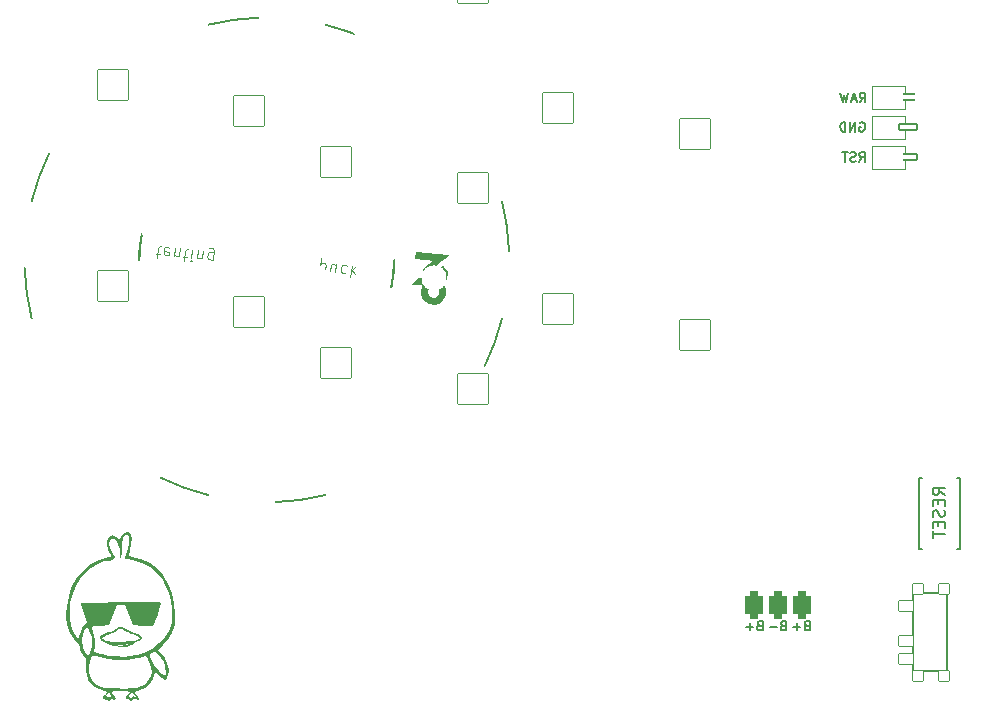
<source format=gbo>
%TF.GenerationSoftware,KiCad,Pcbnew,(6.0.4-0)*%
%TF.CreationDate,2022-05-17T19:51:51+02:00*%
%TF.ProjectId,battoota,62617474-6f6f-4746-912e-6b696361645f,v1.0.0*%
%TF.SameCoordinates,Original*%
%TF.FileFunction,Legend,Bot*%
%TF.FilePolarity,Positive*%
%FSLAX46Y46*%
G04 Gerber Fmt 4.6, Leading zero omitted, Abs format (unit mm)*
G04 Created by KiCad (PCBNEW (6.0.4-0)) date 2022-05-17 19:51:51*
%MOMM*%
%LPD*%
G01*
G04 APERTURE LIST*
G04 Aperture macros list*
%AMRoundRect*
0 Rectangle with rounded corners*
0 $1 Rounding radius*
0 $2 $3 $4 $5 $6 $7 $8 $9 X,Y pos of 4 corners*
0 Add a 4 corners polygon primitive as box body*
4,1,4,$2,$3,$4,$5,$6,$7,$8,$9,$2,$3,0*
0 Add four circle primitives for the rounded corners*
1,1,$1+$1,$2,$3*
1,1,$1+$1,$4,$5*
1,1,$1+$1,$6,$7*
1,1,$1+$1,$8,$9*
0 Add four rect primitives between the rounded corners*
20,1,$1+$1,$2,$3,$4,$5,0*
20,1,$1+$1,$4,$5,$6,$7,0*
20,1,$1+$1,$6,$7,$8,$9,0*
20,1,$1+$1,$8,$9,$2,$3,0*%
%AMFreePoly0*
4,1,16,0.685355,0.785355,0.700000,0.750000,0.691603,0.722265,0.210093,0.000000,0.691603,-0.722265,0.699029,-0.759806,0.677735,-0.791603,0.650000,-0.800000,-0.500000,-0.800000,-0.535355,-0.785355,-0.550000,-0.750000,-0.550000,0.750000,-0.535355,0.785355,-0.500000,0.800000,0.650000,0.800000,0.685355,0.785355,0.685355,0.785355,$1*%
%AMFreePoly1*
4,1,16,0.535355,0.785355,0.550000,0.750000,0.550000,-0.750000,0.535355,-0.785355,0.500000,-0.800000,-0.500000,-0.800000,-0.535355,-0.785355,-0.541603,-0.777735,-1.041603,-0.027735,-1.049029,0.009806,-1.041603,0.027735,-0.541603,0.777735,-0.509806,0.799029,-0.500000,0.800000,0.500000,0.800000,0.535355,0.785355,0.535355,0.785355,$1*%
G04 Aperture macros list end*
%ADD10C,0.150000*%
%ADD11C,0.100000*%
%ADD12C,0.120000*%
%ADD13C,0.200000*%
%ADD14C,0.010000*%
%ADD15RoundRect,0.375000X-0.375000X-0.750000X0.375000X-0.750000X0.375000X0.750000X-0.375000X0.750000X0*%
%ADD16C,1.752600*%
%ADD17RoundRect,0.425000X-0.375000X-0.750000X0.375000X-0.750000X0.375000X0.750000X-0.375000X0.750000X0*%
%ADD18C,2.100000*%
%ADD19RoundRect,0.050000X-1.230182X-1.366255X1.366255X-1.230182X1.230182X1.366255X-1.366255X1.230182X0*%
%ADD20C,1.801800*%
%ADD21C,3.529000*%
%ADD22C,3.100000*%
%ADD23C,2.132000*%
%ADD24RoundRect,0.050000X-1.300000X-1.300000X1.300000X-1.300000X1.300000X1.300000X-1.300000X1.300000X0*%
%ADD25RoundRect,0.050000X-1.666227X-0.776974X0.776974X-1.666227X1.666227X0.776974X-0.776974X1.666227X0*%
%ADD26RoundRect,0.050000X-0.450000X0.450000X-0.450000X-0.450000X0.450000X-0.450000X0.450000X0.450000X0*%
%ADD27C,1.100000*%
%ADD28RoundRect,0.050000X-0.625000X0.450000X-0.625000X-0.450000X0.625000X-0.450000X0.625000X0.450000X0*%
%ADD29RoundRect,0.050000X-1.131880X-1.448740X1.448740X-1.131880X1.131880X1.448740X-1.448740X1.131880X0*%
%ADD30RoundRect,0.050000X-1.408356X-1.181751X1.181751X-1.408356X1.408356X1.181751X-1.181751X1.408356X0*%
%ADD31C,1.852600*%
%ADD32FreePoly0,180.000000*%
%ADD33RoundRect,0.050000X-0.762000X0.250000X-0.762000X-0.250000X0.762000X-0.250000X0.762000X0.250000X0*%
%ADD34FreePoly1,180.000000*%
%ADD35C,4.500000*%
G04 APERTURE END LIST*
D10*
%TO.C,PAD1*%
X151983491Y56420824D02*
X151869205Y56382729D01*
X151831110Y56344634D01*
X151793015Y56268443D01*
X151793015Y56154158D01*
X151831110Y56077967D01*
X151869205Y56039872D01*
X151945396Y56001777D01*
X152250157Y56001777D01*
X152250157Y56801777D01*
X151983491Y56801777D01*
X151907300Y56763682D01*
X151869205Y56725586D01*
X151831110Y56649396D01*
X151831110Y56573205D01*
X151869205Y56497015D01*
X151907300Y56458920D01*
X151983491Y56420824D01*
X152250157Y56420824D01*
X151450157Y56306539D02*
X150840634Y56306539D01*
X151145396Y56001777D02*
X151145396Y56611301D01*
X147983491Y56420824D02*
X147869205Y56382729D01*
X147831110Y56344634D01*
X147793015Y56268443D01*
X147793015Y56154158D01*
X147831110Y56077967D01*
X147869205Y56039872D01*
X147945396Y56001777D01*
X148250157Y56001777D01*
X148250157Y56801777D01*
X147983491Y56801777D01*
X147907300Y56763682D01*
X147869205Y56725586D01*
X147831110Y56649396D01*
X147831110Y56573205D01*
X147869205Y56497015D01*
X147907300Y56458920D01*
X147983491Y56420824D01*
X148250157Y56420824D01*
X147450157Y56306539D02*
X146840634Y56306539D01*
X147145396Y56001777D02*
X147145396Y56611301D01*
X149983491Y56420824D02*
X149869205Y56382729D01*
X149831110Y56344634D01*
X149793015Y56268443D01*
X149793015Y56154158D01*
X149831110Y56077967D01*
X149869205Y56039872D01*
X149945396Y56001777D01*
X150250157Y56001777D01*
X150250157Y56801777D01*
X149983491Y56801777D01*
X149907300Y56763682D01*
X149869205Y56725586D01*
X149831110Y56649396D01*
X149831110Y56573205D01*
X149869205Y56497015D01*
X149907300Y56458920D01*
X149983491Y56420824D01*
X150250157Y56420824D01*
X149450157Y56306539D02*
X148840634Y56306539D01*
%TO.C,B1*%
X163655571Y67481899D02*
X163179381Y67815233D01*
X163655571Y68053328D02*
X162655571Y68053328D01*
X162655571Y67672376D01*
X162703191Y67577138D01*
X162750810Y67529519D01*
X162846048Y67481899D01*
X162988905Y67481899D01*
X163084143Y67529519D01*
X163131762Y67577138D01*
X163179381Y67672376D01*
X163179381Y68053328D01*
X163131762Y67053328D02*
X163131762Y66719995D01*
X163655571Y66577138D02*
X163655571Y67053328D01*
X162655571Y67053328D01*
X162655571Y66577138D01*
X163607952Y66196185D02*
X163655571Y66053328D01*
X163655571Y65815233D01*
X163607952Y65719995D01*
X163560333Y65672376D01*
X163465095Y65624757D01*
X163369857Y65624757D01*
X163274619Y65672376D01*
X163227000Y65719995D01*
X163179381Y65815233D01*
X163131762Y66005709D01*
X163084143Y66100947D01*
X163036524Y66148566D01*
X162941286Y66196185D01*
X162846048Y66196185D01*
X162750810Y66148566D01*
X162703191Y66100947D01*
X162655571Y66005709D01*
X162655571Y65767614D01*
X162703191Y65624757D01*
X163131762Y65196185D02*
X163131762Y64862852D01*
X163655571Y64719995D02*
X163655571Y65196185D01*
X162655571Y65196185D01*
X162655571Y64719995D01*
X162655571Y64434280D02*
X162655571Y63862852D01*
X163655571Y64148566D02*
X162655571Y64148566D01*
%TO.C,MCU1*%
X156461797Y100746264D02*
X156728464Y101127216D01*
X156918940Y100746264D02*
X156918940Y101546264D01*
X156614178Y101546264D01*
X156537988Y101508169D01*
X156499893Y101470073D01*
X156461797Y101393883D01*
X156461797Y101279597D01*
X156499893Y101203407D01*
X156537988Y101165311D01*
X156614178Y101127216D01*
X156918940Y101127216D01*
X156157036Y100974835D02*
X155776083Y100974835D01*
X156233226Y100746264D02*
X155966559Y101546264D01*
X155699893Y100746264D01*
X155509417Y101546264D02*
X155318940Y100746264D01*
X155166559Y101317692D01*
X155014178Y100746264D01*
X154823702Y101546264D01*
X156424534Y95708696D02*
X156691200Y96089648D01*
X156881677Y95708696D02*
X156881677Y96508696D01*
X156576915Y96508696D01*
X156500724Y96470601D01*
X156462629Y96432505D01*
X156424534Y96356315D01*
X156424534Y96242029D01*
X156462629Y96165839D01*
X156500724Y96127743D01*
X156576915Y96089648D01*
X156881677Y96089648D01*
X156119772Y95746791D02*
X156005486Y95708696D01*
X155815010Y95708696D01*
X155738819Y95746791D01*
X155700724Y95784886D01*
X155662629Y95861077D01*
X155662629Y95937267D01*
X155700724Y96013458D01*
X155738819Y96051553D01*
X155815010Y96089648D01*
X155967391Y96127743D01*
X156043581Y96165839D01*
X156081677Y96203934D01*
X156119772Y96280124D01*
X156119772Y96356315D01*
X156081677Y96432505D01*
X156043581Y96470601D01*
X155967391Y96508696D01*
X155776915Y96508696D01*
X155662629Y96470601D01*
X155434058Y96508696D02*
X154976915Y96508696D01*
X155205486Y95708696D02*
X155205486Y96508696D01*
X156481677Y99010601D02*
X156557868Y99048696D01*
X156672154Y99048696D01*
X156786439Y99010601D01*
X156862630Y98934410D01*
X156900725Y98858220D01*
X156938820Y98705839D01*
X156938820Y98591553D01*
X156900725Y98439172D01*
X156862630Y98362981D01*
X156786439Y98286791D01*
X156672154Y98248696D01*
X156595963Y98248696D01*
X156481677Y98286791D01*
X156443582Y98324886D01*
X156443582Y98591553D01*
X156595963Y98591553D01*
X156100725Y98248696D02*
X156100725Y99048696D01*
X155643582Y98248696D01*
X155643582Y99048696D01*
X155262630Y98248696D02*
X155262630Y99048696D01*
X155072154Y99048696D01*
X154957868Y99010601D01*
X154881677Y98934410D01*
X154843582Y98858220D01*
X154805487Y98705839D01*
X154805487Y98591553D01*
X154843582Y98439172D01*
X154881677Y98362981D01*
X154957868Y98286791D01*
X155072154Y98248696D01*
X155262630Y98248696D01*
D11*
%TO.C,REF\u002A\u002A*%
X96851466Y87898220D02*
X97230331Y87858399D01*
X96958698Y87551780D02*
X97048293Y88404227D01*
X97105607Y88493966D01*
X97205301Y88531369D01*
X97300017Y88521414D01*
X98005412Y88399393D02*
X97915673Y88456706D01*
X97726241Y88476616D01*
X97626547Y88439213D01*
X97569233Y88349474D01*
X97529413Y87970609D01*
X97566816Y87870915D01*
X97656555Y87813602D01*
X97845988Y87793691D01*
X97945682Y87831094D01*
X98002995Y87920833D01*
X98012950Y88015550D01*
X97549323Y88160041D01*
X98414286Y87733961D02*
X98483972Y88396975D01*
X98424241Y87828677D02*
X98466622Y87776341D01*
X98556360Y87719028D01*
X98698435Y87704096D01*
X98798129Y87741499D01*
X98855442Y87831237D01*
X98910195Y88352177D01*
X99172017Y87654320D02*
X99550882Y87614500D01*
X99279249Y87307880D02*
X99368844Y88160327D01*
X99426158Y88250066D01*
X99525852Y88287469D01*
X99620568Y88277514D01*
X99952075Y88242671D02*
X99882390Y87579657D01*
X99847547Y87248150D02*
X99805166Y87300485D01*
X99857502Y87342866D01*
X99899883Y87290530D01*
X99847547Y87248150D01*
X99857502Y87342866D01*
X100355972Y87529881D02*
X100425657Y88192896D01*
X100365927Y87624598D02*
X100408307Y87572262D01*
X100498046Y87514949D01*
X100640121Y87500016D01*
X100739815Y87537419D01*
X100797128Y87627158D01*
X100851881Y88148098D01*
X101682001Y87390510D02*
X101766619Y88195599D01*
X101729216Y88295293D01*
X101686835Y88347629D01*
X101597096Y88404942D01*
X101455022Y88419875D01*
X101355328Y88382472D01*
X101746709Y88006167D02*
X101656970Y88063480D01*
X101467537Y88083390D01*
X101367843Y88045987D01*
X101315508Y88003606D01*
X101258194Y87913867D01*
X101228329Y87629718D01*
X101265732Y87530024D01*
X101308113Y87477689D01*
X101397852Y87420375D01*
X101587284Y87400465D01*
X101686978Y87437868D01*
X110735663Y86502782D02*
X110840191Y87497304D01*
X110740640Y86550141D02*
X110830379Y86492827D01*
X111019812Y86472917D01*
X111119506Y86510320D01*
X111171841Y86552701D01*
X111229155Y86642440D01*
X111259020Y86926589D01*
X111221617Y87026283D01*
X111179236Y87078618D01*
X111089497Y87135932D01*
X110900065Y87155842D01*
X110800371Y87118439D01*
X112061692Y86363411D02*
X112131378Y87026426D01*
X111635468Y86408209D02*
X111690221Y86929149D01*
X111747535Y87018888D01*
X111847228Y87056291D01*
X111989303Y87041358D01*
X112079042Y86984045D01*
X112121422Y86931709D01*
X113026206Y86884494D02*
X112936467Y86941807D01*
X112747034Y86961718D01*
X112647340Y86924314D01*
X112595004Y86881934D01*
X112537691Y86792195D01*
X112507826Y86508046D01*
X112545229Y86408352D01*
X112587609Y86356016D01*
X112677348Y86298703D01*
X112866781Y86278793D01*
X112966475Y86316196D01*
X113457407Y86887054D02*
X113352878Y85892532D01*
X113512303Y86498234D02*
X113836272Y86847234D01*
X113766587Y86184219D02*
X113427541Y86602905D01*
D10*
%TO.C,B1*%
X164953191Y62902519D02*
X164703191Y62902519D01*
X164953191Y68902519D02*
X164953191Y62902519D01*
X161453191Y68902519D02*
X161703191Y68902519D01*
X161703191Y62902519D02*
X161453191Y62902519D01*
X161453191Y62902519D02*
X161453191Y68902519D01*
X164703191Y68902519D02*
X164953191Y68902519D01*
%TO.C,T2*%
X163850140Y53894619D02*
X163850140Y57794619D01*
X161000140Y52544619D02*
X163850140Y52544619D01*
X163850140Y59144619D02*
X161000140Y59144619D01*
X161000140Y59144619D02*
X161000140Y52544619D01*
X163850140Y55844619D02*
X163850140Y59144619D01*
X163850140Y55844619D02*
X163850140Y52544619D01*
D12*
%TO.C,MCU1*%
X160318690Y98922542D02*
X160318690Y99602542D01*
X160318690Y95062542D02*
X160318690Y95722542D01*
X160318690Y102142542D02*
X157518690Y102142542D01*
X157518690Y102142542D02*
X157518690Y100142542D01*
X160318690Y96397542D02*
X160318690Y97062542D01*
X157518690Y95062542D02*
X160318690Y95062542D01*
X160318690Y100142542D02*
X160318690Y100822542D01*
X157518690Y97062542D02*
X157518690Y95062542D01*
X160318690Y99602542D02*
X157518690Y99602542D01*
X160318690Y97062542D02*
X157518690Y97062542D01*
X160318690Y101472542D02*
X160318690Y102142542D01*
X160318690Y97602542D02*
X160318690Y98272542D01*
X157518690Y99602542D02*
X157518690Y97602542D01*
X157518690Y97602542D02*
X160318690Y97602542D01*
X157518690Y100142542D02*
X160318690Y100142542D01*
D13*
%TO.C,REF\u002A\u002A*%
X117006168Y86250741D02*
G75*
G03*
X117065304Y87379126I-10735765J1128375D01*
G01*
X95499124Y88429238D02*
G75*
G03*
X95439988Y87300853I10735823J-1128385D01*
G01*
X97284701Y68931182D02*
G75*
G03*
X101304439Y67469131I8985645J18448060D01*
G01*
X95711201Y89623533D02*
G75*
G03*
X95534440Y88507511I10559004J-2244397D01*
G01*
X116829407Y85134719D02*
G75*
G03*
X117006168Y86250741I-10559025J2244393D01*
G01*
X87822362Y96364734D02*
G75*
G03*
X86360309Y92344991I18447942J-8985608D01*
G01*
X115255911Y105827069D02*
G75*
G03*
X111236169Y107289121I-8985607J-18447943D01*
G01*
X95675884Y89545260D02*
G75*
G03*
X95499124Y88429238I10559026J-2244393D01*
G01*
X124718248Y78393521D02*
G75*
G03*
X126180299Y82413261I-18447944J8985605D01*
G01*
X126777680Y88096954D02*
G75*
G03*
X126183328Y92332830I-20507396J-717832D01*
G01*
X106988132Y66871750D02*
G75*
G03*
X111224009Y67466102I-717828J20507376D01*
G01*
X85762928Y86661298D02*
G75*
G03*
X86357280Y82425421I20507376J717828D01*
G01*
X116970852Y86172468D02*
G75*
G03*
X117029988Y87300853I-10735785J1128382D01*
G01*
X116794091Y85056446D02*
G75*
G03*
X116970852Y86172468I-10559025J2244393D01*
G01*
X105552476Y107886501D02*
G75*
G03*
X101316597Y107292149I717828J-20507375D01*
G01*
X95534440Y88507511D02*
G75*
G03*
X95475304Y87379126I10735785J-1128383D01*
G01*
G36*
X121595451Y87778817D02*
G01*
X121494185Y87698117D01*
X121478825Y87685874D01*
X121443319Y87657569D01*
X121392117Y87616751D01*
X121326579Y87564499D01*
X121248060Y87501897D01*
X121157916Y87430027D01*
X121057505Y87349969D01*
X120948184Y87262807D01*
X120831310Y87169621D01*
X120708239Y87071494D01*
X120580329Y86969506D01*
X120448935Y86864742D01*
X119504951Y86112068D01*
X119532018Y86399179D01*
X119559083Y86686291D01*
X120441317Y87400933D01*
X118816708Y87571687D01*
X118868601Y88065421D01*
X121595451Y87778817D01*
G37*
D14*
X121595451Y87778817D02*
X121494185Y87698117D01*
X121478825Y87685874D01*
X121443319Y87657569D01*
X121392117Y87616751D01*
X121326579Y87564499D01*
X121248060Y87501897D01*
X121157916Y87430027D01*
X121057505Y87349969D01*
X120948184Y87262807D01*
X120831310Y87169621D01*
X120708239Y87071494D01*
X120580329Y86969506D01*
X120448935Y86864742D01*
X119504951Y86112068D01*
X119532018Y86399179D01*
X119559083Y86686291D01*
X120441317Y87400933D01*
X118816708Y87571687D01*
X118868601Y88065421D01*
X121595451Y87778817D01*
G36*
X119840193Y85757496D02*
G01*
X119851864Y85756266D01*
X120001487Y85740278D01*
X120137937Y85725269D01*
X120259812Y85711409D01*
X120365710Y85698868D01*
X120454229Y85687816D01*
X120474061Y85685144D01*
X120523966Y85678422D01*
X120573519Y85670856D01*
X120601485Y85665289D01*
X120646753Y85651613D01*
X120769291Y85600974D01*
X120888699Y85532954D01*
X120998948Y85451291D01*
X121094017Y85359720D01*
X121102256Y85350414D01*
X121190711Y85232209D01*
X121261451Y85101679D01*
X121313148Y84962339D01*
X121344476Y84817704D01*
X121354105Y84671288D01*
X121348085Y84571122D01*
X121321235Y84424706D01*
X121274167Y84285444D01*
X121208188Y84155392D01*
X121124600Y84036604D01*
X121024706Y83931135D01*
X120909810Y83841038D01*
X120781216Y83768370D01*
X120668898Y83722604D01*
X120524870Y83684305D01*
X120377820Y83668231D01*
X120225102Y83673935D01*
X120136295Y83686850D01*
X119989210Y83725115D01*
X119852488Y83782472D01*
X119727687Y83857740D01*
X119616368Y83949738D01*
X119520094Y84057284D01*
X119440421Y84179200D01*
X119378913Y84314303D01*
X119353754Y84387183D01*
X119332551Y84464963D01*
X119320656Y84538260D01*
X119316779Y84615572D01*
X119317435Y84636215D01*
X119839150Y84636215D01*
X119856736Y84536834D01*
X119892614Y84442933D01*
X119946205Y84358049D01*
X120016935Y84285718D01*
X120043451Y84265063D01*
X120131799Y84211885D01*
X120226765Y84178921D01*
X120333071Y84164362D01*
X120338361Y84164089D01*
X120393813Y84162603D01*
X120436642Y84165499D01*
X120476360Y84174039D01*
X120522474Y84189484D01*
X120562837Y84206848D01*
X120625645Y84241961D01*
X120685821Y84283958D01*
X120736917Y84328182D01*
X120772485Y84369979D01*
X120781908Y84385245D01*
X120803449Y84424111D01*
X120823941Y84465191D01*
X120850736Y84535603D01*
X120870050Y84637845D01*
X120867940Y84740167D01*
X120845106Y84839886D01*
X120802249Y84934315D01*
X120740068Y85020769D01*
X120659266Y85096565D01*
X120608412Y85130722D01*
X120518089Y85170815D01*
X120422180Y85191525D01*
X120323900Y85193503D01*
X120226470Y85177397D01*
X120133106Y85143860D01*
X120047028Y85093538D01*
X119971454Y85027084D01*
X119909602Y84945149D01*
X119901886Y84931879D01*
X119861149Y84837273D01*
X119840429Y84737541D01*
X119839150Y84636215D01*
X119317435Y84636215D01*
X119319632Y84705401D01*
X119320830Y84723185D01*
X119341783Y84860951D01*
X119382936Y84987726D01*
X119444546Y85104140D01*
X119526870Y85210816D01*
X119546500Y85233020D01*
X119565351Y85256022D01*
X119572930Y85267725D01*
X119569017Y85269049D01*
X119545491Y85272978D01*
X119502743Y85278806D01*
X119443120Y85286248D01*
X119368969Y85295023D01*
X119282637Y85304851D01*
X119186473Y85315450D01*
X119082824Y85326537D01*
X118591976Y85378276D01*
X119152277Y85829886D01*
X119840193Y85757496D01*
G37*
X119840193Y85757496D02*
X119851864Y85756266D01*
X120001487Y85740278D01*
X120137937Y85725269D01*
X120259812Y85711409D01*
X120365710Y85698868D01*
X120454229Y85687816D01*
X120474061Y85685144D01*
X120523966Y85678422D01*
X120573519Y85670856D01*
X120601485Y85665289D01*
X120646753Y85651613D01*
X120769291Y85600974D01*
X120888699Y85532954D01*
X120998948Y85451291D01*
X121094017Y85359720D01*
X121102256Y85350414D01*
X121190711Y85232209D01*
X121261451Y85101679D01*
X121313148Y84962339D01*
X121344476Y84817704D01*
X121354105Y84671288D01*
X121348085Y84571122D01*
X121321235Y84424706D01*
X121274167Y84285444D01*
X121208188Y84155392D01*
X121124600Y84036604D01*
X121024706Y83931135D01*
X120909810Y83841038D01*
X120781216Y83768370D01*
X120668898Y83722604D01*
X120524870Y83684305D01*
X120377820Y83668231D01*
X120225102Y83673935D01*
X120136295Y83686850D01*
X119989210Y83725115D01*
X119852488Y83782472D01*
X119727687Y83857740D01*
X119616368Y83949738D01*
X119520094Y84057284D01*
X119440421Y84179200D01*
X119378913Y84314303D01*
X119353754Y84387183D01*
X119332551Y84464963D01*
X119320656Y84538260D01*
X119316779Y84615572D01*
X119317435Y84636215D01*
X119839150Y84636215D01*
X119856736Y84536834D01*
X119892614Y84442933D01*
X119946205Y84358049D01*
X120016935Y84285718D01*
X120043451Y84265063D01*
X120131799Y84211885D01*
X120226765Y84178921D01*
X120333071Y84164362D01*
X120338361Y84164089D01*
X120393813Y84162603D01*
X120436642Y84165499D01*
X120476360Y84174039D01*
X120522474Y84189484D01*
X120562837Y84206848D01*
X120625645Y84241961D01*
X120685821Y84283958D01*
X120736917Y84328182D01*
X120772485Y84369979D01*
X120781908Y84385245D01*
X120803449Y84424111D01*
X120823941Y84465191D01*
X120850736Y84535603D01*
X120870050Y84637845D01*
X120867940Y84740167D01*
X120845106Y84839886D01*
X120802249Y84934315D01*
X120740068Y85020769D01*
X120659266Y85096565D01*
X120608412Y85130722D01*
X120518089Y85170815D01*
X120422180Y85191525D01*
X120323900Y85193503D01*
X120226470Y85177397D01*
X120133106Y85143860D01*
X120047028Y85093538D01*
X119971454Y85027084D01*
X119909602Y84945149D01*
X119901886Y84931879D01*
X119861149Y84837273D01*
X119840429Y84737541D01*
X119839150Y84636215D01*
X119317435Y84636215D01*
X119319632Y84705401D01*
X119320830Y84723185D01*
X119341783Y84860951D01*
X119382936Y84987726D01*
X119444546Y85104140D01*
X119526870Y85210816D01*
X119546500Y85233020D01*
X119565351Y85256022D01*
X119572930Y85267725D01*
X119569017Y85269049D01*
X119545491Y85272978D01*
X119502743Y85278806D01*
X119443120Y85286248D01*
X119368969Y85295023D01*
X119282637Y85304851D01*
X119186473Y85315450D01*
X119082824Y85326537D01*
X118591976Y85378276D01*
X119152277Y85829886D01*
X119840193Y85757496D01*
G36*
X121143593Y86821988D02*
G01*
X121146733Y86818463D01*
X121167529Y86794289D01*
X121199490Y86756395D01*
X121239842Y86708096D01*
X121285817Y86652704D01*
X121334642Y86593534D01*
X121491627Y86402730D01*
X121426818Y85786112D01*
X121396325Y85817774D01*
X121393889Y85820336D01*
X121372947Y85843319D01*
X121340728Y85879643D01*
X121299117Y85927113D01*
X121250002Y85983528D01*
X121195269Y86046691D01*
X121136808Y86114403D01*
X121076503Y86184465D01*
X121016242Y86254682D01*
X120957913Y86322851D01*
X120903403Y86386778D01*
X120854598Y86444262D01*
X120813386Y86493106D01*
X120781654Y86531110D01*
X120761289Y86556079D01*
X120754179Y86565810D01*
X120754416Y86566319D01*
X120765687Y86577431D01*
X120791841Y86600305D01*
X120830143Y86632625D01*
X120877853Y86672078D01*
X120932234Y86716349D01*
X121109526Y86859637D01*
X121143593Y86821988D01*
G37*
X121143593Y86821988D02*
X121146733Y86818463D01*
X121167529Y86794289D01*
X121199490Y86756395D01*
X121239842Y86708096D01*
X121285817Y86652704D01*
X121334642Y86593534D01*
X121491627Y86402730D01*
X121426818Y85786112D01*
X121396325Y85817774D01*
X121393889Y85820336D01*
X121372947Y85843319D01*
X121340728Y85879643D01*
X121299117Y85927113D01*
X121250002Y85983528D01*
X121195269Y86046691D01*
X121136808Y86114403D01*
X121076503Y86184465D01*
X121016242Y86254682D01*
X120957913Y86322851D01*
X120903403Y86386778D01*
X120854598Y86444262D01*
X120813386Y86493106D01*
X120781654Y86531110D01*
X120761289Y86556079D01*
X120754179Y86565810D01*
X120754416Y86566319D01*
X120765687Y86577431D01*
X120791841Y86600305D01*
X120830143Y86632625D01*
X120877853Y86672078D01*
X120932234Y86716349D01*
X121109526Y86859637D01*
X121143593Y86821988D01*
%TO.C,G\u002A\u002A\u002A*%
G36*
X94630151Y54707570D02*
G01*
X94396858Y54643258D01*
X94146747Y54624050D01*
X93810667Y54635225D01*
X93526219Y54656367D01*
X93256312Y54699910D01*
X93120476Y54741218D01*
X93661943Y54741218D01*
X93712212Y54724332D01*
X93895333Y54717727D01*
X94019582Y54720197D01*
X94125956Y54733481D01*
X94085833Y54754419D01*
X93951551Y54768426D01*
X93704833Y54754419D01*
X93661943Y54741218D01*
X93120476Y54741218D01*
X92994058Y54779662D01*
X92876275Y54830486D01*
X94341597Y54830486D01*
X94342908Y54801584D01*
X94452722Y54786018D01*
X94535945Y54799576D01*
X94503875Y54837170D01*
X94454914Y54850698D01*
X94341597Y54830486D01*
X92876275Y54830486D01*
X92687996Y54911729D01*
X92286667Y55112217D01*
X92208282Y55183879D01*
X92132425Y55360900D01*
X92132991Y55368759D01*
X92339283Y55368759D01*
X92397983Y55253540D01*
X92625333Y55143946D01*
X92847118Y55090411D01*
X93223604Y55048327D01*
X93664575Y55034937D01*
X94131166Y55047895D01*
X94584513Y55084850D01*
X94985752Y55143456D01*
X95296017Y55221363D01*
X95476445Y55316223D01*
X95492870Y55337106D01*
X95467648Y55440963D01*
X95285368Y55554542D01*
X94955354Y55671486D01*
X94780003Y55729272D01*
X94492971Y55850367D01*
X94290142Y55968931D01*
X94063133Y56096450D01*
X93778078Y56113650D01*
X93516467Y55966671D01*
X93392165Y55880634D01*
X93135190Y55755590D01*
X92833677Y55645696D01*
X92725675Y55610865D01*
X92448694Y55488302D01*
X92339283Y55368759D01*
X92132991Y55368759D01*
X92140521Y55473243D01*
X92240681Y55587134D01*
X92471092Y55710227D01*
X92577253Y55755334D01*
X92833403Y55842614D01*
X93021004Y55878141D01*
X93048079Y55880318D01*
X93244595Y55951562D01*
X93456560Y56091667D01*
X93505819Y56131487D01*
X93779808Y56277658D01*
X94047205Y56267960D01*
X94345483Y56102867D01*
X94364727Y56089006D01*
X94645319Y55941058D01*
X94941455Y55852737D01*
X95061155Y55830092D01*
X95379092Y55717187D01*
X95594233Y55556210D01*
X95673333Y55369127D01*
X95669109Y55337106D01*
X95668339Y55331266D01*
X95588156Y55214183D01*
X95392697Y55076498D01*
X95059500Y54901081D01*
X94915777Y54831706D01*
X94841849Y54799576D01*
X94689770Y54733481D01*
X94630151Y54707570D01*
G37*
G36*
X97799442Y51985333D02*
G01*
X97620028Y51773667D01*
X97429847Y51994905D01*
X97238073Y52186204D01*
X97023991Y52353234D01*
X96808316Y52490324D01*
X96707046Y52111686D01*
X96629659Y51887333D01*
X96366231Y51462822D01*
X95994214Y51144981D01*
X95540861Y50960708D01*
X95290623Y50892245D01*
X95117737Y50798440D01*
X95105769Y50691711D01*
X95250000Y50565649D01*
X95352742Y50466672D01*
X95378027Y50400075D01*
X95419333Y50291283D01*
X95407101Y50168285D01*
X95337061Y50132079D01*
X95168231Y50205783D01*
X95044914Y50243962D01*
X94964787Y50163450D01*
X94913787Y50081950D01*
X94793044Y50046823D01*
X94691542Y50155644D01*
X94639140Y50215602D01*
X94482532Y50230436D01*
X94399061Y50222079D01*
X94322767Y50286006D01*
X94347863Y50399653D01*
X94516775Y50399653D01*
X94588529Y50406426D01*
X94675489Y50412391D01*
X94770055Y50308474D01*
X94782357Y50267625D01*
X94819397Y50234979D01*
X94870367Y50357285D01*
X94882796Y50393841D01*
X94950581Y50494172D01*
X95050721Y50451053D01*
X95122415Y50405425D01*
X95216964Y50400075D01*
X95205574Y50453346D01*
X95087918Y50542119D01*
X94978257Y50630734D01*
X94904649Y50781812D01*
X94890157Y50872713D01*
X94852119Y50800000D01*
X94777115Y50677619D01*
X94625970Y50516952D01*
X94578370Y50474588D01*
X94516775Y50399653D01*
X94347863Y50399653D01*
X94352613Y50421165D01*
X94488000Y50588333D01*
X94600721Y50708613D01*
X94657333Y50813122D01*
X94638058Y50829097D01*
X94491057Y50857605D01*
X94230892Y50877310D01*
X93895333Y50884667D01*
X93500743Y50875436D01*
X93243987Y50841712D01*
X93133063Y50776462D01*
X93156460Y50672668D01*
X93302667Y50523312D01*
X93412249Y50398914D01*
X93435969Y50339995D01*
X93472000Y50250496D01*
X93416192Y50147763D01*
X93289393Y50129312D01*
X93172536Y50212400D01*
X93114992Y50241809D01*
X93003905Y50148900D01*
X92993052Y50134460D01*
X92887871Y50046615D01*
X92783433Y50101500D01*
X92715286Y50151084D01*
X92523733Y50207333D01*
X92469490Y50213637D01*
X92380726Y50295190D01*
X92401931Y50411615D01*
X92582325Y50411615D01*
X92641196Y50409547D01*
X92727380Y50413538D01*
X92813434Y50308474D01*
X92825393Y50257281D01*
X92862678Y50220838D01*
X92937544Y50330334D01*
X92972231Y50386915D01*
X93058980Y50448307D01*
X93188640Y50375229D01*
X93250894Y50330200D01*
X93265299Y50339995D01*
X93165277Y50463896D01*
X93025462Y50647764D01*
X92939127Y50800000D01*
X92938865Y50800718D01*
X92900071Y50877530D01*
X92886018Y50789160D01*
X92832576Y50660603D01*
X92688833Y50509234D01*
X92669500Y50494616D01*
X92582325Y50411615D01*
X92401931Y50411615D01*
X92405276Y50429982D01*
X92540667Y50565649D01*
X92631006Y50631564D01*
X92701167Y50756732D01*
X92606699Y50856951D01*
X92350167Y50927352D01*
X92337828Y50929377D01*
X91861255Y51091629D01*
X91460784Y51391861D01*
X91171089Y51804285D01*
X91087814Y51998086D01*
X91023345Y52239840D01*
X90993408Y52536258D01*
X90988903Y52944280D01*
X90988860Y52981843D01*
X91209666Y52981843D01*
X91243855Y52458080D01*
X91403259Y51986486D01*
X91675834Y51597674D01*
X92049535Y51322256D01*
X92087740Y51303624D01*
X92276097Y51225150D01*
X92480546Y51170693D01*
X92739395Y51134516D01*
X93090955Y51110884D01*
X93573535Y51094059D01*
X94144697Y51085675D01*
X94763194Y51103676D01*
X95251581Y51160229D01*
X95630819Y51261432D01*
X95921870Y51413383D01*
X96145694Y51622178D01*
X96323254Y51893915D01*
X96424529Y52130475D01*
X96506471Y52510221D01*
X96495436Y52859890D01*
X96388576Y53125717D01*
X96373639Y53146821D01*
X96266099Y53356554D01*
X96176048Y53613628D01*
X96118673Y53792155D01*
X96046930Y53880658D01*
X95944947Y53858602D01*
X95924596Y53849158D01*
X95746335Y53789770D01*
X95464680Y53713483D01*
X95130784Y53634382D01*
X95065628Y53620603D01*
X94366584Y53533659D01*
X93602673Y53530520D01*
X92846225Y53608041D01*
X92169571Y53763080D01*
X91877909Y53846803D01*
X91618710Y53880246D01*
X91452449Y53816468D01*
X91344247Y53638916D01*
X91259226Y53331036D01*
X91209666Y52981843D01*
X90988860Y52981843D01*
X90988570Y53237704D01*
X90973264Y53515229D01*
X90937135Y53672581D01*
X90876186Y53737889D01*
X90832845Y53765392D01*
X90703348Y53921409D01*
X90570098Y54152370D01*
X90466010Y54396190D01*
X90424000Y54590787D01*
X90417492Y54631718D01*
X90326503Y54805426D01*
X90162447Y54996326D01*
X90006162Y55166417D01*
X90623034Y55166417D01*
X90677891Y54610457D01*
X90712798Y54490235D01*
X90833625Y54214049D01*
X90973471Y54018144D01*
X91171612Y53832000D01*
X91324621Y54065520D01*
X91331980Y54077211D01*
X91424587Y54337259D01*
X91472045Y54698011D01*
X91473874Y55100552D01*
X91429593Y55485965D01*
X91338723Y55795333D01*
X91324513Y55826852D01*
X91220312Y56070303D01*
X91146909Y56261000D01*
X91133108Y56298654D01*
X91086548Y56353984D01*
X91015508Y56294714D01*
X90892074Y56103603D01*
X90715494Y55709602D01*
X90623034Y55166417D01*
X90006162Y55166417D01*
X89931662Y55247498D01*
X89586687Y55808695D01*
X89368912Y56467274D01*
X89280310Y57211605D01*
X89291634Y57429453D01*
X89577333Y57429453D01*
X89591598Y56996053D01*
X89672256Y56449611D01*
X89836742Y55973902D01*
X90099358Y55516515D01*
X90311877Y55203765D01*
X90454579Y55717039D01*
X90512624Y55897483D01*
X90660243Y56225386D01*
X90822024Y56455054D01*
X91046766Y56679797D01*
X90767747Y57469373D01*
X90690937Y57692082D01*
X90594480Y57991971D01*
X90535123Y58204433D01*
X90523469Y58293691D01*
X90533327Y58296156D01*
X90669931Y58305891D01*
X90952109Y58317554D01*
X91361589Y58330639D01*
X91880102Y58344643D01*
X92489378Y58359060D01*
X93171145Y58373386D01*
X93907135Y58387118D01*
X94795177Y58401149D01*
X95579608Y58409805D01*
X96208620Y58411980D01*
X96689312Y58407606D01*
X97028786Y58396614D01*
X97234143Y58378938D01*
X97312483Y58354508D01*
X97307050Y58248229D01*
X97249196Y58017387D01*
X97148276Y57697411D01*
X97014266Y57322808D01*
X96659625Y56382404D01*
X95807568Y56406369D01*
X94955512Y56430333D01*
X94261764Y58123667D01*
X93601220Y58123667D01*
X93254393Y57277000D01*
X92907567Y56430333D01*
X92164569Y56405736D01*
X92121125Y56404380D01*
X91791435Y56396045D01*
X91586381Y56374134D01*
X91487795Y56308177D01*
X91477510Y56167705D01*
X91537359Y55922247D01*
X91649173Y55541333D01*
X91717659Y55233477D01*
X91720290Y55100552D01*
X91729460Y54637344D01*
X91676032Y54199020D01*
X92256516Y54013069D01*
X92381603Y53976360D01*
X92909152Y53870313D01*
X93513967Y53806463D01*
X94136441Y53787253D01*
X94716969Y53815128D01*
X95195943Y53892532D01*
X95246688Y53909326D01*
X96351494Y53909326D01*
X96390368Y53730301D01*
X96518490Y53441811D01*
X96708946Y53115634D01*
X96933603Y52799169D01*
X97164329Y52539817D01*
X97196620Y52510221D01*
X97369582Y52351693D01*
X97543381Y52209176D01*
X97635814Y52154667D01*
X97659990Y52167971D01*
X97696983Y52296558D01*
X97704551Y52522068D01*
X97685264Y52795410D01*
X97641694Y53067490D01*
X97576409Y53289213D01*
X97523846Y53397075D01*
X97350897Y53671777D01*
X97145022Y53932562D01*
X96977735Y54111678D01*
X96854785Y54204283D01*
X96744974Y54207257D01*
X96596613Y54140169D01*
X96584045Y54133534D01*
X96419054Y54015990D01*
X96351494Y53909326D01*
X95246688Y53909326D01*
X95885072Y54120600D01*
X96577636Y54472478D01*
X97178727Y54912535D01*
X97663451Y55422255D01*
X98006911Y55983122D01*
X98086050Y56163499D01*
X98172071Y56405438D01*
X98220933Y56648424D01*
X98242355Y56948489D01*
X98246059Y57361667D01*
X98233847Y57779333D01*
X98144551Y58506649D01*
X97955106Y59186223D01*
X97649351Y59886437D01*
X97444161Y60251778D01*
X96969924Y60864119D01*
X96392712Y61346115D01*
X95704860Y61703495D01*
X94898703Y61941985D01*
X94848022Y61952616D01*
X94556096Y62016566D01*
X94344460Y62067479D01*
X94255967Y62095145D01*
X94253630Y62102716D01*
X94279213Y62214187D01*
X94350757Y62407500D01*
X94426846Y62619207D01*
X94524172Y62978858D01*
X94595789Y63347712D01*
X94631429Y63669494D01*
X94620827Y63887926D01*
X94559249Y64018007D01*
X94397400Y64092667D01*
X94368545Y64090770D01*
X94202876Y63985839D01*
X94080976Y63726886D01*
X94005724Y63322946D01*
X93980000Y62783053D01*
X93973060Y62468386D01*
X93951015Y62210475D01*
X93920090Y62080986D01*
X93886732Y62089934D01*
X93857386Y62247336D01*
X93838501Y62563209D01*
X93811962Y62865990D01*
X93708895Y63278090D01*
X93543192Y63593086D01*
X93329296Y63776561D01*
X93236143Y63809953D01*
X93059528Y63789447D01*
X92955656Y63620138D01*
X92921667Y63298676D01*
X92969683Y62962479D01*
X93147334Y62640621D01*
X93284157Y62452524D01*
X93395912Y62237979D01*
X93371634Y62097781D01*
X93200337Y62003552D01*
X92871037Y61926916D01*
X92514894Y61842944D01*
X91790956Y61553262D01*
X91153053Y61128956D01*
X90610423Y60582637D01*
X90172300Y59926916D01*
X89847920Y59174405D01*
X89646519Y58337713D01*
X89577333Y57429453D01*
X89291634Y57429453D01*
X89322854Y58030057D01*
X89498516Y58910998D01*
X89714637Y59564422D01*
X90100594Y60336015D01*
X90591518Y60989912D01*
X91178665Y61516989D01*
X91853291Y61908122D01*
X92606652Y62154187D01*
X92820479Y62201611D01*
X93026705Y62250687D01*
X93116352Y62276777D01*
X93113828Y62297299D01*
X93049179Y62420230D01*
X92925852Y62612889D01*
X92787409Y62875491D01*
X92704290Y63251560D01*
X92747669Y63602480D01*
X92917818Y63884849D01*
X93037321Y63996981D01*
X93184764Y64076560D01*
X93334198Y64037237D01*
X93544308Y63878407D01*
X93798941Y63664147D01*
X93910637Y63896498D01*
X94042017Y64082620D01*
X94249381Y64256116D01*
X94383944Y64323239D01*
X94511315Y64328022D01*
X94651548Y64224903D01*
X94749675Y64085694D01*
X94821521Y63771329D01*
X94805796Y63344949D01*
X94701780Y62826604D01*
X94654589Y62630014D01*
X94618996Y62419930D01*
X94623079Y62320699D01*
X94692549Y62291120D01*
X94889183Y62236755D01*
X95159750Y62176064D01*
X95646798Y62044555D01*
X96358391Y61718224D01*
X96980856Y61258241D01*
X97507025Y60675014D01*
X97929730Y59978953D01*
X98241804Y59180466D01*
X98436078Y58289961D01*
X98502260Y57361667D01*
X98505384Y57317846D01*
X98505914Y57062525D01*
X98499961Y56708150D01*
X98478003Y56449785D01*
X98431675Y56240285D01*
X98352614Y56032507D01*
X98232459Y55779309D01*
X97973312Y55341863D01*
X97496756Y54796888D01*
X97038261Y54377850D01*
X97294885Y54134092D01*
X97535219Y53850123D01*
X97752833Y53458525D01*
X97897385Y53036541D01*
X97959553Y52623879D01*
X97951282Y52522068D01*
X97930013Y52260241D01*
X97799442Y51985333D01*
G37*
%TD*%
D15*
%TO.C,PAD1*%
X151545396Y58163682D03*
X149545396Y58163682D03*
X147545396Y58163682D03*
%TD*%
D16*
%TO.C,MCU1*%
X161977213Y98602542D03*
X161977213Y96062542D03*
X146737213Y96062542D03*
X146737213Y101226288D03*
X161977213Y101142542D03*
X146737213Y98602542D03*
X146737213Y93522542D03*
X146737213Y90982542D03*
X146737213Y88442542D03*
X146737213Y85902542D03*
X146737213Y83362542D03*
X146737213Y80822542D03*
X146737213Y78282542D03*
X146737213Y75742542D03*
X146737213Y73202542D03*
X161977213Y93522542D03*
X161977213Y90982542D03*
X161977213Y88442542D03*
X161977213Y85902542D03*
X161977213Y83362542D03*
X161977213Y80822542D03*
X161977213Y78282542D03*
X161977213Y75742542D03*
X161977213Y73202542D03*
%TD*%
%LPC*%
D17*
%TO.C,PAD1*%
X151545396Y58163682D03*
X149545396Y58163682D03*
X147545396Y58163682D03*
%TD*%
D18*
%TO.C,B1*%
X163203191Y69152519D03*
X163203191Y62652519D03*
%TD*%
D19*
%TO.C,S11*%
X84540407Y112566412D03*
X72891096Y114158916D03*
D20*
X81965469Y108676319D03*
D21*
X76473007Y108388471D03*
D22*
X71283599Y111871652D03*
D20*
X70980545Y108100623D03*
D22*
X76161608Y114330317D03*
X76161608Y114330317D03*
X81269895Y112395012D03*
%TD*%
D20*
%TO.C,S34*%
X141178726Y44889558D03*
D21*
X136010417Y46770669D03*
D20*
X130842108Y48651780D03*
D23*
X130012277Y44909938D03*
X139409204Y41489736D03*
X133992498Y41226483D03*
X133992498Y41226483D03*
%TD*%
D21*
%TO.C,S15*%
X96495817Y96246989D03*
D20*
X101995817Y96246989D03*
D22*
X101495817Y99996989D03*
X96495817Y102196989D03*
X96495817Y102196989D03*
X91495817Y99996989D03*
D20*
X90995817Y96246989D03*
D24*
X93220817Y102196989D03*
X104770817Y99996989D03*
%TD*%
D22*
%TO.C,S21*%
X115411087Y95636017D03*
D20*
X109911087Y89686017D03*
D22*
X115411087Y95636017D03*
X120411087Y93436017D03*
D20*
X120911087Y89686017D03*
D22*
X110411087Y93436017D03*
D21*
X115411087Y89686017D03*
D24*
X112136087Y95636017D03*
X123686087Y93436017D03*
%TD*%
D23*
%TO.C,S8*%
X78561213Y68543153D03*
X78561213Y68543153D03*
X83444455Y70901955D03*
X73458160Y70378595D03*
D21*
X78252431Y74435067D03*
D20*
X83744893Y74722915D03*
X72759969Y74147219D03*
%TD*%
D21*
%TO.C,S14*%
X96495817Y79246989D03*
D20*
X101995817Y79246989D03*
X90995817Y79246989D03*
D23*
X91495817Y75446989D03*
X101495817Y75446989D03*
X96495817Y73346989D03*
X96495817Y73346989D03*
%TD*%
D21*
%TO.C,S20*%
X115411087Y72686017D03*
D20*
X109911087Y72686017D03*
X120911087Y72686017D03*
D23*
X120411087Y68886017D03*
X110411087Y68886017D03*
X115411087Y66786017D03*
X115411087Y66786017D03*
%TD*%
D20*
%TO.C,S28*%
X128718280Y77278852D03*
X139718280Y77278852D03*
D21*
X134218280Y77278852D03*
D23*
X129218280Y73478852D03*
X139218280Y73478852D03*
X134218280Y71378852D03*
X134218280Y71378852D03*
%TD*%
D22*
%TO.C,S29*%
X134218280Y100228852D03*
X134218280Y100228852D03*
D20*
X139718280Y94278852D03*
D21*
X134218280Y94278852D03*
D22*
X139218280Y98028852D03*
X129218280Y98028852D03*
D20*
X128718280Y94278852D03*
D24*
X130943280Y100228852D03*
X142493280Y98028852D03*
%TD*%
D21*
%TO.C,S33*%
X136010417Y46770669D03*
D22*
X138045437Y52361840D03*
X132594529Y52004617D03*
D20*
X130842108Y48651780D03*
D22*
X138045437Y52361840D03*
X141991456Y48584416D03*
D20*
X141178726Y44889558D03*
D25*
X134967944Y53481956D03*
X145068949Y47464300D03*
%TD*%
D19*
%TO.C,S7*%
X86319831Y78613008D03*
X74670520Y80205512D03*
D21*
X78252431Y74435067D03*
D20*
X83744893Y74722915D03*
D22*
X77941032Y80376913D03*
D20*
X72759969Y74147219D03*
D22*
X77941032Y80376913D03*
X83049319Y78441608D03*
X73063023Y77918248D03*
%TD*%
D26*
%TO.C,T2*%
X163600140Y52144619D03*
X163600140Y59544619D03*
X161400140Y52144619D03*
X161400140Y59544619D03*
D27*
X162500140Y57344619D03*
X162500140Y54344619D03*
D28*
X160425140Y58094619D03*
X160425140Y55094619D03*
X160425140Y53594619D03*
%TD*%
D21*
%TO.C,S5*%
X57124882Y91914188D03*
D20*
X62583886Y92584469D03*
D22*
X56399759Y97819838D03*
X56399759Y97819838D03*
D20*
X51665878Y91243907D03*
D22*
X51705141Y95026889D03*
X61630603Y96245583D03*
D29*
X53149171Y97420716D03*
X64881191Y96644705D03*
%TD*%
D22*
%TO.C,S27*%
X129218280Y81028852D03*
D20*
X139718280Y77278852D03*
D21*
X134218280Y77278852D03*
D22*
X139218280Y81028852D03*
X134218280Y83228852D03*
X134218280Y83228852D03*
D20*
X128718280Y77278852D03*
D24*
X130943280Y83228852D03*
X142493280Y81028852D03*
%TD*%
D19*
%TO.C,S9*%
X85430119Y95589710D03*
X73780808Y97182214D03*
D20*
X82855181Y91699617D03*
D22*
X77051320Y97353615D03*
D20*
X71870257Y91123921D03*
D22*
X82159607Y95418310D03*
X77051320Y97353615D03*
D21*
X77362719Y91411769D03*
D22*
X72173311Y94894950D03*
%TD*%
D20*
%TO.C,S16*%
X101995817Y96246989D03*
D21*
X96495817Y96246989D03*
D20*
X90995817Y96246989D03*
D23*
X101495817Y92446989D03*
X91495817Y92446989D03*
X96495817Y90346989D03*
X96495817Y90346989D03*
%TD*%
D20*
%TO.C,S30*%
X139718280Y94278852D03*
X128718280Y94278852D03*
D21*
X134218280Y94278852D03*
D23*
X139218280Y90478852D03*
X129218280Y90478852D03*
X134218280Y88378852D03*
X134218280Y88378852D03*
%TD*%
D20*
%TO.C,S13*%
X90995817Y79246989D03*
X101995817Y79246989D03*
D21*
X96495817Y79246989D03*
D22*
X96495817Y85196989D03*
X101495817Y82996989D03*
X96495817Y85196989D03*
X91495817Y82996989D03*
D24*
X93220817Y85196989D03*
X104770817Y82996989D03*
%TD*%
D20*
%TO.C,S24*%
X109911087Y106686017D03*
X120911087Y106686017D03*
D21*
X115411087Y106686017D03*
D23*
X110411087Y102886017D03*
X120411087Y102886017D03*
X115411087Y100786017D03*
X115411087Y100786017D03*
%TD*%
D20*
%TO.C,S17*%
X90995818Y113246989D03*
D21*
X96495818Y113246989D03*
D20*
X101995818Y113246989D03*
D22*
X91495818Y116996989D03*
X101495818Y116996989D03*
X96495818Y119196989D03*
X96495818Y119196989D03*
D24*
X93220818Y119196989D03*
X104770818Y116996989D03*
%TD*%
D23*
%TO.C,S4*%
X59915690Y69184880D03*
X59915690Y69184880D03*
X64622495Y71878573D03*
X54697034Y70659880D03*
D21*
X59196661Y75040902D03*
D20*
X64655665Y75711183D03*
X53737657Y74370621D03*
%TD*%
D23*
%TO.C,S10*%
X77671501Y85519855D03*
X77671501Y85519855D03*
X82554743Y87878657D03*
X72568448Y87355297D03*
D21*
X77362719Y91411769D03*
D20*
X71870257Y91123921D03*
X82855181Y91699617D03*
%TD*%
%TO.C,S22*%
X109911087Y89686017D03*
X120911087Y89686017D03*
D21*
X115411087Y89686017D03*
D23*
X110411087Y85886017D03*
X120411087Y85886017D03*
X115411087Y83786017D03*
X115411087Y83786017D03*
%TD*%
D21*
%TO.C,S31*%
X116421084Y51113520D03*
D20*
X110942013Y51592877D03*
D22*
X116939661Y57040878D03*
X121728892Y54413471D03*
X116939661Y57040878D03*
X111766945Y55285029D03*
D20*
X121900155Y50634163D03*
D30*
X113677123Y57326314D03*
X124991429Y54128036D03*
%TD*%
D31*
%TO.C,MCU1*%
X161977213Y98602542D03*
D32*
X159643690Y98602542D03*
D31*
X161977213Y96062542D03*
D33*
X160593690Y101142542D03*
D31*
X146737213Y96062542D03*
D33*
X160593690Y98602542D03*
X160593690Y96062542D03*
D32*
X159643690Y96062542D03*
X159643690Y101142542D03*
D31*
X146737213Y101226288D03*
X161977213Y101142542D03*
X146737213Y98602542D03*
D34*
X158193690Y101142542D03*
X158193690Y98602542D03*
X158193690Y96062542D03*
D31*
X146737213Y93522542D03*
X146737213Y90982542D03*
X146737213Y88442542D03*
X146737213Y85902542D03*
X146737213Y83362542D03*
X146737213Y80822542D03*
X146737213Y78282542D03*
X146737213Y75742542D03*
X146737213Y73202542D03*
X161977213Y93522542D03*
X161977213Y90982542D03*
X161977213Y88442542D03*
X161977213Y85902542D03*
X161977213Y83362542D03*
X161977213Y80822542D03*
X161977213Y78282542D03*
X161977213Y75742542D03*
X161977213Y73202542D03*
%TD*%
D20*
%TO.C,S3*%
X53737657Y74370621D03*
D22*
X53776920Y78153603D03*
D21*
X59196661Y75040902D03*
D22*
X63702382Y79372297D03*
X58471538Y80946552D03*
X58471538Y80946552D03*
D20*
X64655665Y75711183D03*
D29*
X55220950Y80547430D03*
X66952970Y79771419D03*
%TD*%
D20*
%TO.C,S32*%
X121900155Y50634163D03*
D21*
X116421084Y51113520D03*
D20*
X110942013Y51592877D03*
D23*
X121070866Y46892201D03*
X111108919Y47763759D03*
X115906865Y45235971D03*
X115906865Y45235971D03*
%TD*%
D35*
%TO.C,REF\u002A\u002A*%
X104279037Y68433484D03*
X125215946Y85387859D03*
X87324662Y89370393D03*
%TD*%
D23*
%TO.C,S12*%
X76781789Y102496557D03*
X76781789Y102496557D03*
X71678736Y104331999D03*
X81665031Y104855359D03*
D20*
X81965469Y108676319D03*
X70980545Y108100623D03*
D21*
X76473007Y108388471D03*
%TD*%
%TO.C,S23*%
X115411087Y106686017D03*
D20*
X120911087Y106686017D03*
D22*
X115411087Y112636017D03*
X115411087Y112636017D03*
X110411087Y110436017D03*
X120411087Y110436017D03*
D20*
X109911087Y106686017D03*
D24*
X112136087Y112636017D03*
X123686087Y110436017D03*
%TD*%
D20*
%TO.C,S6*%
X51665878Y91243907D03*
X62583886Y92584469D03*
D21*
X57124882Y91914188D03*
D23*
X52625255Y87533166D03*
X62550716Y88751859D03*
X57843911Y86058166D03*
X57843911Y86058166D03*
%TD*%
D21*
%TO.C,S19*%
X115411087Y72686017D03*
D22*
X115411087Y78636017D03*
X110411087Y76436017D03*
D20*
X120911087Y72686017D03*
X109911087Y72686017D03*
D22*
X120411087Y76436017D03*
X115411087Y78636017D03*
D24*
X112136087Y78636017D03*
X123686087Y76436017D03*
%TD*%
D20*
%TO.C,S18*%
X101995818Y113246989D03*
D21*
X96495818Y113246989D03*
D20*
X90995818Y113246989D03*
D23*
X91495818Y109446989D03*
X101495818Y109446989D03*
X96495818Y107346989D03*
X96495818Y107346989D03*
%TD*%
M02*

</source>
